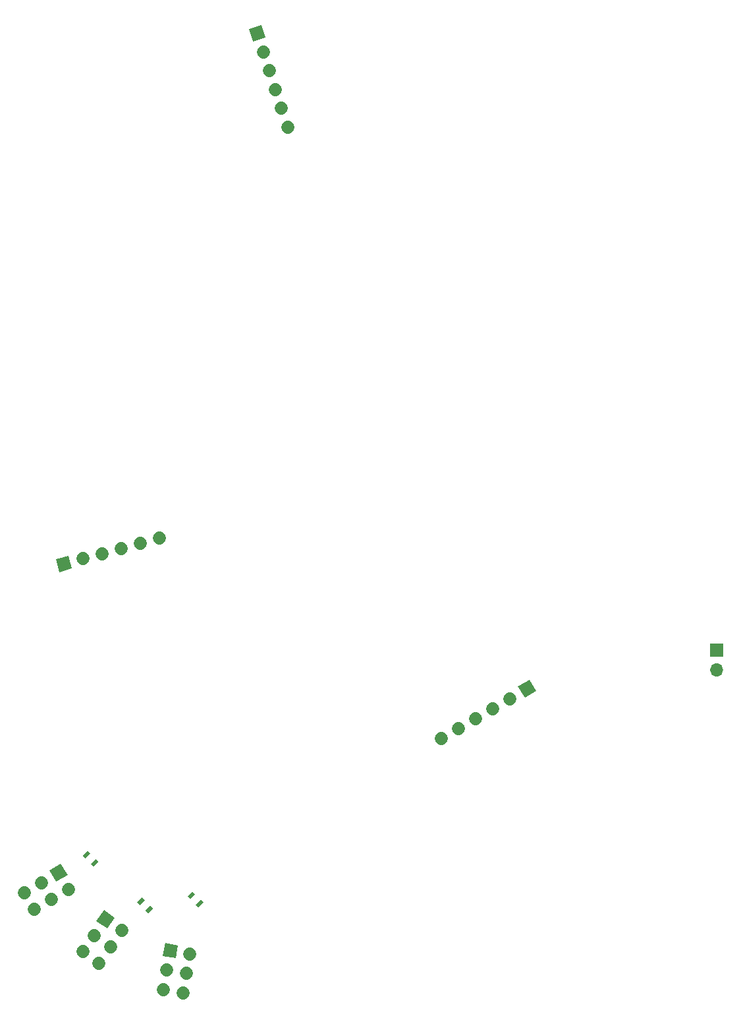
<source format=gts>
G04 #@! TF.FileFunction,Soldermask,Top*
%FSLAX46Y46*%
G04 Gerber Fmt 4.6, Leading zero omitted, Abs format (unit mm)*
G04 Created by KiCad (PCBNEW 4.0.7) date Sat Jun  9 21:25:33 2018*
%MOMM*%
%LPD*%
G01*
G04 APERTURE LIST*
%ADD10C,0.100000*%
%ADD11R,1.700000X1.700000*%
%ADD12O,1.700000X1.700000*%
%ADD13C,1.700000*%
G04 APERTURE END LIST*
D10*
D11*
X189250000Y-118960000D03*
D12*
X189250000Y-121500000D03*
D10*
G36*
X118013900Y-158248420D02*
X118309102Y-156574246D01*
X119983276Y-156869448D01*
X119688074Y-158543622D01*
X118013900Y-158248420D01*
X118013900Y-158248420D01*
G37*
D13*
X121500000Y-158000000D02*
X121500000Y-158000000D01*
X118557522Y-160060346D02*
X118557522Y-160060346D01*
X121058933Y-160501412D02*
X121058933Y-160501412D01*
X118116455Y-162561757D02*
X118116455Y-162561757D01*
X120617867Y-163002824D02*
X120617867Y-163002824D01*
D10*
G36*
X103456197Y-147243125D02*
X104928441Y-146393125D01*
X105778441Y-147865369D01*
X104306197Y-148715369D01*
X103456197Y-147243125D01*
X103456197Y-147243125D01*
G37*
D13*
X105887319Y-149753952D02*
X105887319Y-149753952D01*
X102417614Y-148824247D02*
X102417614Y-148824247D01*
X103687614Y-151023952D02*
X103687614Y-151023952D01*
X100217910Y-150094247D02*
X100217910Y-150094247D01*
X101487910Y-152293952D02*
X101487910Y-152293952D01*
D10*
G36*
X109485535Y-153751855D02*
X110460615Y-152359297D01*
X111853173Y-153334377D01*
X110878093Y-154726935D01*
X109485535Y-153751855D01*
X109485535Y-153751855D01*
G37*
D13*
X112750000Y-155000000D02*
X112750000Y-155000000D01*
X109212470Y-155623762D02*
X109212470Y-155623762D01*
X111293116Y-157080646D02*
X111293116Y-157080646D01*
X107755586Y-157704408D02*
X107755586Y-157704408D01*
X109836232Y-159161293D02*
X109836232Y-159161293D01*
D10*
G36*
X163687992Y-123628878D02*
X165160236Y-122778878D01*
X166010236Y-124251122D01*
X164537992Y-125101122D01*
X163687992Y-123628878D01*
X163687992Y-123628878D01*
G37*
D13*
X162649409Y-125210000D02*
X162649409Y-125210000D01*
X160449705Y-126480000D02*
X160449705Y-126480000D01*
X158250000Y-127750000D02*
X158250000Y-127750000D01*
X156050296Y-129020000D02*
X156050296Y-129020000D01*
X153850591Y-130290000D02*
X153850591Y-130290000D01*
D10*
G36*
X106337581Y-108508441D02*
X104695507Y-108948433D01*
X104255515Y-107306359D01*
X105897589Y-106866367D01*
X106337581Y-108508441D01*
X106337581Y-108508441D01*
G37*
D13*
X107750000Y-107250000D02*
X107750000Y-107250000D01*
X110203451Y-106592599D02*
X110203451Y-106592599D01*
X112656903Y-105935199D02*
X112656903Y-105935199D01*
X115110354Y-105277799D02*
X115110354Y-105277799D01*
X117563806Y-104620398D02*
X117563806Y-104620398D01*
D10*
G36*
X129599557Y-40824011D02*
X129074229Y-39207215D01*
X130691025Y-38681887D01*
X131216353Y-40298683D01*
X129599557Y-40824011D01*
X129599557Y-40824011D01*
G37*
D13*
X130930194Y-42168633D02*
X130930194Y-42168633D01*
X131715097Y-44584316D02*
X131715097Y-44584316D01*
X132500000Y-47000000D02*
X132500000Y-47000000D01*
X133284904Y-49415683D02*
X133284904Y-49415683D01*
X134069807Y-51831367D02*
X134069807Y-51831367D01*
D10*
G36*
X123244975Y-151358579D02*
X122608579Y-151994975D01*
X122255025Y-151641421D01*
X122891421Y-151005025D01*
X123244975Y-151358579D01*
X123244975Y-151358579D01*
G37*
G36*
X122184315Y-150297919D02*
X121547919Y-150934315D01*
X121194365Y-150580761D01*
X121830761Y-149944365D01*
X122184315Y-150297919D01*
X122184315Y-150297919D01*
G37*
G36*
X109775305Y-146138909D02*
X109138909Y-146775305D01*
X108785355Y-146421751D01*
X109421751Y-145785355D01*
X109775305Y-146138909D01*
X109775305Y-146138909D01*
G37*
G36*
X108714645Y-145078249D02*
X108078249Y-145714645D01*
X107724695Y-145361091D01*
X108361091Y-144724695D01*
X108714645Y-145078249D01*
X108714645Y-145078249D01*
G37*
G36*
X114724695Y-151361091D02*
X115361091Y-150724695D01*
X115714645Y-151078249D01*
X115078249Y-151714645D01*
X114724695Y-151361091D01*
X114724695Y-151361091D01*
G37*
G36*
X115785355Y-152421751D02*
X116421751Y-151785355D01*
X116775305Y-152138909D01*
X116138909Y-152775305D01*
X115785355Y-152421751D01*
X115785355Y-152421751D01*
G37*
M02*

</source>
